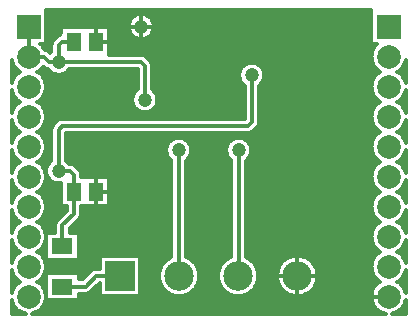
<source format=gbr>
G04 DipTrace 3.1.0.1*
G04 Íèæíèé.gbr*
%MOIN*%
G04 #@! TF.FileFunction,Copper,L2,Bot*
G04 #@! TF.Part,Single*
G04 #@! TA.AperFunction,CopperBalancing*
%ADD14C,0.011811*%
%ADD17R,0.051181X0.059055*%
%ADD19R,0.070866X0.055118*%
G04 #@! TA.AperFunction,ComponentPad*
%ADD20R,0.098425X0.098425*%
%ADD21C,0.098425*%
%ADD22R,0.07874X0.07874*%
%ADD23C,0.07874*%
G04 #@! TA.AperFunction,ViaPad*
%ADD28C,0.047244*%
%FSLAX26Y26*%
G04*
G70*
G90*
G75*
G01*
G04 Bottom*
%LPD*%
X-1899995Y1200126D2*
D14*
Y1125323D1*
X-1937703Y1087614D1*
Y1017029D1*
X-1950205Y1268883D2*
Y1406398D1*
X-1937703Y1418899D1*
X-1318888D1*
X-1306387Y1431400D1*
Y1587667D1*
X-1899995Y1200126D2*
Y1256177D1*
X-1912701Y1268883D1*
X-1950205D1*
X-1550163Y1337640D2*
Y920432D1*
X-1548577Y918846D1*
X-1351727D2*
X-1350142D1*
Y1337640D1*
X-2050215Y1750136D2*
Y1650136D1*
X-1900097Y1700178D2*
X-1937703D1*
X-1950205Y1687677D1*
Y1631421D1*
X-2050215Y1650136D2*
X-2000173D1*
X-1981458Y1631421D1*
X-1950205D1*
X-1675176D1*
X-1662675Y1618920D1*
Y1506408D1*
X-1937703Y883171D2*
X-1860867D1*
X-1825192Y918846D1*
X-1745428D1*
D28*
X-1950205Y1631421D3*
X-1662675Y1506408D3*
X-1950205Y1268883D3*
X-1350142Y1337640D3*
X-1550163D3*
X-1306387Y1587667D3*
X-1675176Y1750184D3*
X-1991482Y1795105D2*
D14*
X-908822D1*
X-1991482Y1783425D2*
X-1701728D1*
X-1648639D2*
X-908822D1*
X-1991482Y1771745D2*
X-1712178D1*
X-1638165D2*
X-908822D1*
X-1991482Y1760066D2*
X-1716976D1*
X-1633367D2*
X-908822D1*
X-1991482Y1748386D2*
X-1718130D1*
X-1632214D2*
X-908822D1*
X-1991482Y1736706D2*
X-1945054D1*
X-1780336D2*
X-1715938D1*
X-1634406D2*
X-908822D1*
X-1991482Y1725026D2*
X-1945054D1*
X-1780336D2*
X-1709756D1*
X-1640610D2*
X-908822D1*
X-1991482Y1713346D2*
X-1959794D1*
X-1780336D2*
X-1696146D1*
X-1654220D2*
X-908822D1*
X-1991482Y1701667D2*
X-1971005D1*
X-1780336D2*
X-908822D1*
X-2007491Y1689987D2*
X-1975366D1*
X-1780336D2*
X-892811D1*
X-1998840Y1678307D2*
X-1975480D1*
X-1780336D2*
X-901462D1*
X-1981400Y1666627D2*
X-1975499D1*
X-1780336D2*
X-906421D1*
X-1668801Y1654948D2*
X-908636D1*
X-1651776Y1643268D2*
X-908429D1*
X-1641003Y1631588D2*
X-905753D1*
X-2105635Y1619908D2*
X-2100373D1*
X-1637428D2*
X-1334180D1*
X-1278575D2*
X-900262D1*
X-799929D2*
X-794685D1*
X-2105635Y1608228D2*
X-2090846D1*
X-2009589D2*
X-1989160D1*
X-1637404D2*
X-1343983D1*
X-1268794D2*
X-890735D1*
X-809457D2*
X-794678D1*
X-2105635Y1596549D2*
X-2085448D1*
X-2014988D2*
X-1974442D1*
X-1925967D2*
X-1687957D1*
X-1637404D2*
X-1348436D1*
X-1264343D2*
X-885314D1*
X-814854D2*
X-794678D1*
X-2105635Y1584869D2*
X-2097306D1*
X-2003131D2*
X-1687957D1*
X-1637404D2*
X-1349289D1*
X-1263488D2*
X-897172D1*
X-803020D2*
X-794678D1*
X-1996302Y1573189D2*
X-1687957D1*
X-1637404D2*
X-1346798D1*
X-1265980D2*
X-904022D1*
X-1992612Y1561509D2*
X-1687957D1*
X-1637404D2*
X-1340177D1*
X-1272577D2*
X-907690D1*
X-1991482Y1549829D2*
X-1687957D1*
X-1637404D2*
X-1331665D1*
X-1281113D2*
X-908822D1*
X-1992727Y1538150D2*
X-1691071D1*
X-1634290D2*
X-1331665D1*
X-1281113D2*
X-907575D1*
X-1996556Y1526470D2*
X-1700529D1*
X-1624808D2*
X-1331665D1*
X-1281113D2*
X-903745D1*
X-2105635Y1514790D2*
X-2096820D1*
X-2003615D2*
X-1704819D1*
X-1620541D2*
X-1331665D1*
X-1281113D2*
X-896686D1*
X-803482D2*
X-794678D1*
X-2105635Y1503110D2*
X-2084594D1*
X-2015841D2*
X-1705534D1*
X-1619803D2*
X-1331665D1*
X-1281113D2*
X-884461D1*
X-815707D2*
X-794678D1*
X-2105635Y1491430D2*
X-2091492D1*
X-2008944D2*
X-1702882D1*
X-1622455D2*
X-1331665D1*
X-1281113D2*
X-891358D1*
X-808810D2*
X-794678D1*
X-2105635Y1479751D2*
X-2100743D1*
X-1999671D2*
X-1696076D1*
X-1629285D2*
X-1331665D1*
X-1281113D2*
X-900631D1*
X-799560D2*
X-794651D1*
X-1994341Y1468071D2*
X-1680551D1*
X-1644810D2*
X-1331665D1*
X-1281113D2*
X-905961D1*
X-1991827Y1456391D2*
X-1331665D1*
X-1281113D2*
X-908497D1*
X-1991735Y1444711D2*
X-1331665D1*
X-1281113D2*
X-908567D1*
X-1994064Y1433031D2*
X-1958825D1*
X-1281113D2*
X-906238D1*
X-2105635Y1421352D2*
X-2101249D1*
X-1999186D2*
X-1970268D1*
X-1283304D2*
X-901115D1*
X-799052D2*
X-794685D1*
X-2105635Y1409672D2*
X-2092323D1*
X-2008091D2*
X-1975251D1*
X-1292854D2*
X-892211D1*
X-807980D2*
X-794678D1*
X-2105635Y1397992D2*
X-2083371D1*
X-2017041D2*
X-1975480D1*
X-1305727D2*
X-883261D1*
X-816930D2*
X-794678D1*
X-2105635Y1386312D2*
X-2096175D1*
X-2004261D2*
X-1975480D1*
X-1924929D2*
X-896041D1*
X-804127D2*
X-794678D1*
X-1996949Y1374633D2*
X-1975480D1*
X-1924929D2*
X-1570839D1*
X-1529491D2*
X-1370812D1*
X-1329465D2*
X-903354D1*
X-1992911Y1362953D2*
X-1975480D1*
X-1924929D2*
X-1584633D1*
X-1515696D2*
X-1384606D1*
X-1315692D2*
X-907391D1*
X-1991482Y1351273D2*
X-1975480D1*
X-1924929D2*
X-1590861D1*
X-1509467D2*
X-1390858D1*
X-1309441D2*
X-908822D1*
X-1992450Y1339593D2*
X-1975480D1*
X-1924929D2*
X-1593098D1*
X-1507206D2*
X-1393096D1*
X-1307203D2*
X-907852D1*
X-1995933Y1327913D2*
X-1975480D1*
X-1924929D2*
X-1592014D1*
X-1508314D2*
X-1391988D1*
X-1308287D2*
X-904369D1*
X-2105635Y1316234D2*
X-2097906D1*
X-2002508D2*
X-1975480D1*
X-1924929D2*
X-1587262D1*
X-1513066D2*
X-1387236D1*
X-1313039D2*
X-897794D1*
X-802398D2*
X-794678D1*
X-2105635Y1304554D2*
X-2086533D1*
X-2013881D2*
X-1975480D1*
X-1924929D2*
X-1576906D1*
X-1523423D2*
X-1376879D1*
X-1323398D2*
X-886421D1*
X-813770D2*
X-794678D1*
X-2105635Y1292874D2*
X-2089946D1*
X-2010490D2*
X-1985631D1*
X-1909289D2*
X-1575429D1*
X-1524877D2*
X-1375425D1*
X-1324874D2*
X-889836D1*
X-810356D2*
X-794678D1*
X-2105635Y1281194D2*
X-2099866D1*
X-2000570D2*
X-1991352D1*
X-1889749D2*
X-1575429D1*
X-1524877D2*
X-1375425D1*
X-1324874D2*
X-899732D1*
X-800436D2*
X-794665D1*
X-1878745Y1269514D2*
X-1575429D1*
X-1524877D2*
X-1375425D1*
X-1324874D2*
X-905476D1*
X-1874778Y1257835D2*
X-1575429D1*
X-1524877D2*
X-1375425D1*
X-1324874D2*
X-908314D1*
X-1991619Y1246155D2*
X-1986462D1*
X-1780220D2*
X-1575429D1*
X-1524877D2*
X-1375425D1*
X-1324874D2*
X-908682D1*
X-1993650Y1234475D2*
X-1975135D1*
X-1780220D2*
X-1575429D1*
X-1524877D2*
X-1375425D1*
X-1324874D2*
X-906652D1*
X-2105635Y1222795D2*
X-2102058D1*
X-1998379D2*
X-1944962D1*
X-1780220D2*
X-1575429D1*
X-1524877D2*
X-1375425D1*
X-1324874D2*
X-901924D1*
X-798268D2*
X-794673D1*
X-2105635Y1211115D2*
X-2093706D1*
X-2006730D2*
X-1944962D1*
X-1780220D2*
X-1575429D1*
X-1524877D2*
X-1375425D1*
X-1324874D2*
X-893572D1*
X-806596D2*
X-794678D1*
X-2105635Y1199436D2*
X-2081112D1*
X-2019324D2*
X-1944962D1*
X-1780220D2*
X-1575429D1*
X-1524877D2*
X-1375425D1*
X-1324874D2*
X-880978D1*
X-819190D2*
X-794678D1*
X-2105635Y1187756D2*
X-2094953D1*
X-2005461D2*
X-1944962D1*
X-1780220D2*
X-1575429D1*
X-1524877D2*
X-1375425D1*
X-1324874D2*
X-894841D1*
X-805350D2*
X-794678D1*
X-1997640Y1176076D2*
X-1944962D1*
X-1780220D2*
X-1575429D1*
X-1524877D2*
X-1375425D1*
X-1324874D2*
X-902661D1*
X-1993281Y1164396D2*
X-1944962D1*
X-1780220D2*
X-1575429D1*
X-1524877D2*
X-1375425D1*
X-1324874D2*
X-907045D1*
X-1991528Y1152717D2*
X-1944962D1*
X-1780220D2*
X-1575429D1*
X-1524877D2*
X-1375425D1*
X-1324874D2*
X-908774D1*
X-1992197Y1141037D2*
X-1925261D1*
X-1874709D2*
X-1575429D1*
X-1524877D2*
X-1375425D1*
X-1324874D2*
X-908106D1*
X-1995357Y1129357D2*
X-1931213D1*
X-1874709D2*
X-1575429D1*
X-1524877D2*
X-1375425D1*
X-1324874D2*
X-904945D1*
X-2105635Y1117677D2*
X-2098920D1*
X-2001493D2*
X-1942886D1*
X-1875954D2*
X-1575429D1*
X-1524877D2*
X-1375425D1*
X-1324874D2*
X-898810D1*
X-801382D2*
X-794678D1*
X-2105635Y1105997D2*
X-2088332D1*
X-2012081D2*
X-1954581D1*
X-1884075D2*
X-1575429D1*
X-1524877D2*
X-1375425D1*
X-1324874D2*
X-888220D1*
X-811971D2*
X-794678D1*
X-2105635Y1094318D2*
X-2088285D1*
X-2012151D2*
X-1962031D1*
X-1895747D2*
X-1575429D1*
X-1524877D2*
X-1375425D1*
X-1324874D2*
X-888152D1*
X-812017D2*
X-794678D1*
X-2105635Y1082638D2*
X-2098896D1*
X-2001539D2*
X-1962978D1*
X-1907420D2*
X-1575429D1*
X-1524877D2*
X-1375425D1*
X-1324874D2*
X-898786D1*
X-801406D2*
X-794678D1*
X-1995379Y1070958D2*
X-1962978D1*
X-1912425D2*
X-1575429D1*
X-1524877D2*
X-1375425D1*
X-1324874D2*
X-904923D1*
X-1882898Y1059278D2*
X-1575429D1*
X-1524877D2*
X-1375425D1*
X-1324874D2*
X-908106D1*
X-1882898Y1047598D2*
X-1575429D1*
X-1524877D2*
X-1375425D1*
X-1324874D2*
X-908774D1*
X-1882898Y1035919D2*
X-1575429D1*
X-1524877D2*
X-1375425D1*
X-1324874D2*
X-907045D1*
X-1997640Y1024239D2*
X-1992514D1*
X-1882898D2*
X-1575429D1*
X-1524877D2*
X-1375425D1*
X-1324874D2*
X-902685D1*
X-2105635Y1012559D2*
X-2094999D1*
X-2005437D2*
X-1992505D1*
X-1882898D2*
X-1575429D1*
X-1524877D2*
X-1375425D1*
X-1324874D2*
X-894865D1*
X-805303D2*
X-794678D1*
X-2105635Y1000879D2*
X-2081180D1*
X-2019256D2*
X-1992505D1*
X-1882898D2*
X-1575429D1*
X-1524877D2*
X-1375425D1*
X-1324874D2*
X-881046D1*
X-819122D2*
X-794678D1*
X-2105635Y989199D2*
X-2093660D1*
X-2006752D2*
X-1992505D1*
X-1882898D2*
X-1575429D1*
X-1524877D2*
X-1375425D1*
X-1324874D2*
X-893550D1*
X-806642D2*
X-794678D1*
X-2105635Y977520D2*
X-2102034D1*
X-1998402D2*
X-1992500D1*
X-1882898D2*
X-1814003D1*
X-1676852D2*
X-1582927D1*
X-1514219D2*
X-1386083D1*
X-1317377D2*
X-1189240D1*
X-1120534D2*
X-901900D1*
X-798291D2*
X-794681D1*
X-1993650Y965840D2*
X-1814003D1*
X-1676852D2*
X-1598081D1*
X-1499087D2*
X-1401217D1*
X-1302220D2*
X-1204373D1*
X-1105378D2*
X-906652D1*
X-1991619Y954160D2*
X-1814003D1*
X-1676852D2*
X-1607171D1*
X-1489997D2*
X-1410328D1*
X-1293131D2*
X-1213462D1*
X-1096289D2*
X-908682D1*
X-1991988Y942480D2*
X-1831072D1*
X-1676852D2*
X-1612891D1*
X-1484276D2*
X-1416026D1*
X-1287433D2*
X-1219184D1*
X-1090568D2*
X-908314D1*
X-1994825Y930801D2*
X-1848490D1*
X-1676852D2*
X-1616098D1*
X-1481070D2*
X-1419232D1*
X-1284203D2*
X-1222390D1*
X-1087361D2*
X-905476D1*
X-2105635Y919121D2*
X-2099888D1*
X-2000547D2*
X-1992505D1*
X-1882898D2*
X-1860161D1*
X-1676852D2*
X-1617159D1*
X-1479986D2*
X-1420316D1*
X-1283143D2*
X-1223451D1*
X-1086301D2*
X-899755D1*
X-800413D2*
X-794659D1*
X-2105635Y907441D2*
X-2089992D1*
X-2010420D2*
X-1992505D1*
X-1882898D2*
X-1871858D1*
X-1676852D2*
X-1616190D1*
X-1480978D2*
X-1419348D1*
X-1284112D2*
X-1222482D1*
X-1087269D2*
X-889882D1*
X-810310D2*
X-794678D1*
X-2105635Y895761D2*
X-2086486D1*
X-2013950D2*
X-1992505D1*
X-1676852D2*
X-1613076D1*
X-1484068D2*
X-1416234D1*
X-1287226D2*
X-1219391D1*
X-1090360D2*
X-886352D1*
X-813816D2*
X-794678D1*
X-2105635Y884081D2*
X-2097882D1*
X-2002554D2*
X-1992505D1*
X-1824697D2*
X-1814003D1*
X-1676852D2*
X-1607493D1*
X-1489651D2*
X-1410651D1*
X-1292808D2*
X-1213808D1*
X-1095942D2*
X-897748D1*
X-802420D2*
X-794678D1*
X-1836369Y872402D2*
X-1814003D1*
X-1676852D2*
X-1598613D1*
X-1498555D2*
X-1401747D1*
X-1301690D2*
X-1204904D1*
X-1104846D2*
X-904345D1*
X-1850925Y860722D2*
X-1814003D1*
X-1676852D2*
X-1583895D1*
X-1513273D2*
X-1387029D1*
X-1316430D2*
X-1190186D1*
X-1119564D2*
X-907852D1*
X-1882898Y849042D2*
X-908822D1*
X-1992911Y837362D2*
X-907391D1*
X-1996925Y825682D2*
X-903377D1*
X-2105635Y814003D2*
X-2096198D1*
X-2004238D2*
X-896064D1*
X-804104D2*
X-794678D1*
X-2105635Y802323D2*
X-2083441D1*
X-2016995D2*
X-883307D1*
X-816861D2*
X-794678D1*
X-1937971Y1747895D2*
X-1781514D1*
Y1655516D1*
X-1673285Y1655441D1*
X-1669551Y1654850D1*
X-1665955Y1653681D1*
X-1662587Y1651966D1*
X-1659528Y1649743D1*
X-1645636Y1635958D1*
X-1643181Y1633083D1*
X-1641206Y1629858D1*
X-1639760Y1626366D1*
X-1638877Y1622689D1*
X-1638580Y1618920D1*
Y1540556D1*
X-1635521Y1538202D1*
X-1630881Y1533562D1*
X-1627025Y1528255D1*
X-1624046Y1522408D1*
X-1622018Y1516169D1*
X-1620992Y1509689D1*
Y1503127D1*
X-1622018Y1496647D1*
X-1624046Y1490408D1*
X-1627025Y1484562D1*
X-1630881Y1479255D1*
X-1635521Y1474614D1*
X-1640828Y1470759D1*
X-1646675Y1467780D1*
X-1652913Y1465752D1*
X-1659394Y1464726D1*
X-1665955D1*
X-1672436Y1465752D1*
X-1678675Y1467780D1*
X-1684521Y1470759D1*
X-1689828Y1474614D1*
X-1694469Y1479255D1*
X-1698324Y1484562D1*
X-1701303Y1490408D1*
X-1703331Y1496647D1*
X-1704357Y1503127D1*
Y1509689D1*
X-1703331Y1516169D1*
X-1701303Y1522408D1*
X-1698324Y1528255D1*
X-1694469Y1533562D1*
X-1689828Y1538202D1*
X-1686770Y1540555D1*
X-1686769Y1607332D1*
X-1916033Y1607327D1*
X-1918411Y1604268D1*
X-1923051Y1599627D1*
X-1928358Y1595772D1*
X-1934205Y1592793D1*
X-1940444Y1590765D1*
X-1946924Y1589739D1*
X-1953486D1*
X-1959966Y1590765D1*
X-1966205Y1592793D1*
X-1972051Y1595772D1*
X-1977358Y1599627D1*
X-1981999Y1604268D1*
X-1984479Y1607517D1*
X-1988904Y1608507D1*
X-1992396Y1609953D1*
X-1995621Y1611928D1*
X-1998500Y1614390D1*
X-2003650Y1616304D1*
X-2006448Y1612755D1*
X-2009514Y1609436D1*
X-2012833Y1606369D1*
X-2016383Y1603571D1*
X-2021759Y1600154D1*
X-2016383Y1596702D1*
X-2012833Y1593904D1*
X-2009514Y1590837D1*
X-2006448Y1587518D1*
X-2003650Y1583969D1*
X-2001138Y1580211D1*
X-1998929Y1576268D1*
X-1997038Y1572163D1*
X-1995474Y1567923D1*
X-1994247Y1563573D1*
X-1993365Y1559140D1*
X-1992833Y1554652D1*
X-1992656Y1550136D1*
X-1992833Y1545621D1*
X-1993365Y1541133D1*
X-1994247Y1536699D1*
X-1995474Y1532350D1*
X-1997038Y1528110D1*
X-1998929Y1524005D1*
X-2001138Y1520062D1*
X-2003650Y1516304D1*
X-2006448Y1512755D1*
X-2009514Y1509436D1*
X-2012833Y1506369D1*
X-2016383Y1503571D1*
X-2021759Y1500154D1*
X-2016383Y1496702D1*
X-2012833Y1493904D1*
X-2009514Y1490837D1*
X-2006448Y1487518D1*
X-2003650Y1483969D1*
X-2001138Y1480211D1*
X-1998929Y1476268D1*
X-1997038Y1472163D1*
X-1995474Y1467923D1*
X-1994247Y1463573D1*
X-1993365Y1459140D1*
X-1992833Y1454652D1*
X-1992656Y1450136D1*
X-1992833Y1445621D1*
X-1993365Y1441133D1*
X-1994247Y1436699D1*
X-1995474Y1432350D1*
X-1997038Y1428110D1*
X-1998929Y1424005D1*
X-2001138Y1420062D1*
X-2003650Y1416304D1*
X-2006448Y1412755D1*
X-2009514Y1409436D1*
X-2012833Y1406369D1*
X-2016383Y1403571D1*
X-2021759Y1400154D1*
X-2016383Y1396702D1*
X-2012833Y1393904D1*
X-2009514Y1390837D1*
X-2006448Y1387518D1*
X-2003650Y1383969D1*
X-2001138Y1380211D1*
X-1998929Y1376268D1*
X-1997038Y1372163D1*
X-1995474Y1367923D1*
X-1994247Y1363573D1*
X-1993365Y1359140D1*
X-1992833Y1354652D1*
X-1992656Y1350136D1*
X-1992833Y1345621D1*
X-1993365Y1341133D1*
X-1994247Y1336699D1*
X-1995474Y1332350D1*
X-1997038Y1328110D1*
X-1998929Y1324005D1*
X-2001138Y1320062D1*
X-2003650Y1316304D1*
X-2006448Y1312755D1*
X-2009514Y1309436D1*
X-2012833Y1306369D1*
X-2016383Y1303571D1*
X-2021759Y1300154D1*
X-2016383Y1296702D1*
X-2012833Y1293904D1*
X-2009514Y1290837D1*
X-2006448Y1287518D1*
X-2003650Y1283969D1*
X-2001138Y1280211D1*
X-1998929Y1276268D1*
X-1997038Y1272163D1*
X-1995474Y1267923D1*
X-1994247Y1263573D1*
X-1993365Y1259140D1*
X-1992833Y1254652D1*
X-1992656Y1250136D1*
X-1992833Y1245621D1*
X-1993365Y1241133D1*
X-1994247Y1236699D1*
X-1995474Y1232350D1*
X-1997038Y1228110D1*
X-1998929Y1224005D1*
X-2001138Y1220062D1*
X-2003650Y1216304D1*
X-2006448Y1212755D1*
X-2009514Y1209436D1*
X-2012833Y1206369D1*
X-2016383Y1203571D1*
X-2021759Y1200154D1*
X-2016383Y1196702D1*
X-2012833Y1193904D1*
X-2009514Y1190837D1*
X-2006448Y1187518D1*
X-2003650Y1183969D1*
X-2001138Y1180211D1*
X-1998929Y1176268D1*
X-1997038Y1172163D1*
X-1995474Y1167923D1*
X-1994247Y1163573D1*
X-1993365Y1159140D1*
X-1992833Y1154652D1*
X-1992656Y1150136D1*
X-1992833Y1145621D1*
X-1993365Y1141133D1*
X-1994247Y1136699D1*
X-1995474Y1132350D1*
X-1997038Y1128110D1*
X-1998929Y1124005D1*
X-2001138Y1120062D1*
X-2003650Y1116304D1*
X-2006448Y1112755D1*
X-2009514Y1109436D1*
X-2012833Y1106369D1*
X-2016383Y1103571D1*
X-2021759Y1100154D1*
X-2016383Y1096702D1*
X-2012833Y1093904D1*
X-2009514Y1090837D1*
X-2006448Y1087518D1*
X-2003650Y1083969D1*
X-2001138Y1080211D1*
X-1998929Y1076268D1*
X-1997038Y1072163D1*
X-1995474Y1067923D1*
X-1994247Y1063573D1*
X-1993365Y1059140D1*
X-1992833Y1054652D1*
X-1992656Y1050136D1*
X-1992833Y1045621D1*
X-1993365Y1041133D1*
X-1994247Y1036699D1*
X-1995474Y1032350D1*
X-1997038Y1028110D1*
X-1998929Y1024005D1*
X-2001138Y1020062D1*
X-2003650Y1016304D1*
X-2006448Y1012755D1*
X-2009514Y1009436D1*
X-2012833Y1006369D1*
X-2016383Y1003571D1*
X-2021759Y1000154D1*
X-2016383Y996702D1*
X-2012833Y993904D1*
X-2009514Y990837D1*
X-2006448Y987518D1*
X-2003650Y983969D1*
X-2001138Y980211D1*
X-1998929Y976268D1*
X-1997038Y972163D1*
X-1995474Y967923D1*
X-1994247Y963573D1*
X-1993365Y959140D1*
X-1992833Y954652D1*
X-1992656Y950136D1*
X-1992833Y945621D1*
X-1993365Y941133D1*
X-1994247Y936699D1*
X-1995474Y932350D1*
X-1997038Y928110D1*
X-1998929Y924005D1*
X-2001138Y920062D1*
X-2003650Y916304D1*
X-2006448Y912755D1*
X-2009514Y909436D1*
X-2012833Y906369D1*
X-2016383Y903571D1*
X-2021759Y900154D1*
X-2016383Y896702D1*
X-2012833Y893904D1*
X-2009514Y890837D1*
X-2006448Y887518D1*
X-2003650Y883969D1*
X-2001138Y880211D1*
X-1998929Y876268D1*
X-1997038Y872163D1*
X-1995474Y867923D1*
X-1994247Y863573D1*
X-1993365Y859140D1*
X-1992833Y854652D1*
X-1992656Y850136D1*
X-1992833Y845621D1*
X-1993365Y841133D1*
X-1994247Y836699D1*
X-1995474Y832350D1*
X-1997038Y828110D1*
X-1998929Y824005D1*
X-2001138Y820062D1*
X-2003650Y816304D1*
X-2006448Y812755D1*
X-2009514Y809436D1*
X-2012833Y806369D1*
X-2016383Y803571D1*
X-2020140Y801059D1*
X-2024084Y798850D1*
X-2028189Y796959D1*
X-2032429Y795395D1*
X-2036778Y794168D1*
X-2040189Y793490D1*
X-860269Y793488D1*
X-865774Y794756D1*
X-871364Y796654D1*
X-876730Y799113D1*
X-881815Y802110D1*
X-886567Y805612D1*
X-890936Y809583D1*
X-894874Y813979D1*
X-898341Y818756D1*
X-901302Y823864D1*
X-903723Y829247D1*
X-905581Y834849D1*
X-906856Y840613D1*
X-907531Y846478D1*
X-907605Y852379D1*
X-907072Y858259D1*
X-905941Y864052D1*
X-904222Y869699D1*
X-901933Y875140D1*
X-899100Y880319D1*
X-895751Y885180D1*
X-891923Y889672D1*
X-887652Y893749D1*
X-882988Y897366D1*
X-878600Y900135D1*
X-883921Y903571D1*
X-887471Y906369D1*
X-890790Y909436D1*
X-893857Y912755D1*
X-896655Y916304D1*
X-899167Y920062D1*
X-901375Y924005D1*
X-903266Y928110D1*
X-904831Y932350D1*
X-906058Y936699D1*
X-906940Y941133D1*
X-907471Y945621D1*
X-907648Y950136D1*
X-907471Y954652D1*
X-906940Y959140D1*
X-906058Y963573D1*
X-904831Y967923D1*
X-903266Y972163D1*
X-901375Y976268D1*
X-899167Y980211D1*
X-896655Y983969D1*
X-893857Y987518D1*
X-890790Y990837D1*
X-887471Y993904D1*
X-883921Y996702D1*
X-878546Y1000119D1*
X-883921Y1003571D1*
X-887471Y1006369D1*
X-890790Y1009436D1*
X-893857Y1012755D1*
X-896655Y1016304D1*
X-899167Y1020062D1*
X-901375Y1024005D1*
X-903266Y1028110D1*
X-904831Y1032350D1*
X-906058Y1036699D1*
X-906940Y1041133D1*
X-907471Y1045621D1*
X-907648Y1050136D1*
X-907471Y1054652D1*
X-906940Y1059140D1*
X-906058Y1063573D1*
X-904831Y1067923D1*
X-903266Y1072163D1*
X-901375Y1076268D1*
X-899167Y1080211D1*
X-896655Y1083969D1*
X-893857Y1087518D1*
X-890790Y1090837D1*
X-887471Y1093904D1*
X-883921Y1096702D1*
X-878546Y1100119D1*
X-883921Y1103571D1*
X-887471Y1106369D1*
X-890790Y1109436D1*
X-893857Y1112755D1*
X-896655Y1116304D1*
X-899167Y1120062D1*
X-901375Y1124005D1*
X-903266Y1128110D1*
X-904831Y1132350D1*
X-906058Y1136699D1*
X-906940Y1141133D1*
X-907471Y1145621D1*
X-907648Y1150136D1*
X-907471Y1154652D1*
X-906940Y1159140D1*
X-906058Y1163573D1*
X-904831Y1167923D1*
X-903266Y1172163D1*
X-901375Y1176268D1*
X-899167Y1180211D1*
X-896655Y1183969D1*
X-893857Y1187518D1*
X-890790Y1190837D1*
X-887471Y1193904D1*
X-883921Y1196702D1*
X-878546Y1200119D1*
X-883921Y1203571D1*
X-887471Y1206369D1*
X-890790Y1209436D1*
X-893857Y1212755D1*
X-896655Y1216304D1*
X-899167Y1220062D1*
X-901375Y1224005D1*
X-903266Y1228110D1*
X-904831Y1232350D1*
X-906058Y1236699D1*
X-906940Y1241133D1*
X-907471Y1245621D1*
X-907648Y1250136D1*
X-907471Y1254652D1*
X-906940Y1259140D1*
X-906058Y1263573D1*
X-904831Y1267923D1*
X-903266Y1272163D1*
X-901375Y1276268D1*
X-899167Y1280211D1*
X-896655Y1283969D1*
X-893857Y1287518D1*
X-890790Y1290837D1*
X-887471Y1293904D1*
X-883921Y1296702D1*
X-878546Y1300119D1*
X-883921Y1303571D1*
X-887471Y1306369D1*
X-890790Y1309436D1*
X-893857Y1312755D1*
X-896655Y1316304D1*
X-899167Y1320062D1*
X-901375Y1324005D1*
X-903266Y1328110D1*
X-904831Y1332350D1*
X-906058Y1336699D1*
X-906940Y1341133D1*
X-907471Y1345621D1*
X-907648Y1350136D1*
X-907471Y1354652D1*
X-906940Y1359140D1*
X-906058Y1363573D1*
X-904831Y1367923D1*
X-903266Y1372163D1*
X-901375Y1376268D1*
X-899167Y1380211D1*
X-896655Y1383969D1*
X-893857Y1387518D1*
X-890790Y1390837D1*
X-887471Y1393904D1*
X-883921Y1396702D1*
X-878546Y1400119D1*
X-883921Y1403571D1*
X-887471Y1406369D1*
X-890790Y1409436D1*
X-893857Y1412755D1*
X-896655Y1416304D1*
X-899167Y1420062D1*
X-901375Y1424005D1*
X-903266Y1428110D1*
X-904831Y1432350D1*
X-906058Y1436699D1*
X-906940Y1441133D1*
X-907471Y1445621D1*
X-907648Y1450136D1*
X-907471Y1454652D1*
X-906940Y1459140D1*
X-906058Y1463573D1*
X-904831Y1467923D1*
X-903266Y1472163D1*
X-901375Y1476268D1*
X-899167Y1480211D1*
X-896655Y1483969D1*
X-893857Y1487518D1*
X-890790Y1490837D1*
X-887471Y1493904D1*
X-883921Y1496702D1*
X-878546Y1500119D1*
X-883921Y1503571D1*
X-887471Y1506369D1*
X-890790Y1509436D1*
X-893857Y1512755D1*
X-896655Y1516304D1*
X-899167Y1520062D1*
X-901375Y1524005D1*
X-903266Y1528110D1*
X-904831Y1532350D1*
X-906058Y1536699D1*
X-906940Y1541133D1*
X-907471Y1545621D1*
X-907648Y1550136D1*
X-907471Y1554652D1*
X-906940Y1559140D1*
X-906058Y1563573D1*
X-904831Y1567923D1*
X-903266Y1572163D1*
X-901375Y1576268D1*
X-899167Y1580211D1*
X-896655Y1583969D1*
X-893857Y1587518D1*
X-890790Y1590837D1*
X-887471Y1593904D1*
X-883921Y1596702D1*
X-878546Y1600119D1*
X-883921Y1603571D1*
X-887471Y1606369D1*
X-890790Y1609436D1*
X-893857Y1612755D1*
X-896655Y1616304D1*
X-899167Y1620062D1*
X-901375Y1624005D1*
X-903266Y1628110D1*
X-904831Y1632350D1*
X-906058Y1636699D1*
X-906940Y1641133D1*
X-907471Y1645621D1*
X-907648Y1650136D1*
X-907471Y1654652D1*
X-906940Y1659140D1*
X-906058Y1663573D1*
X-904831Y1667923D1*
X-903266Y1672163D1*
X-901375Y1676268D1*
X-899167Y1680211D1*
X-896655Y1683969D1*
X-893857Y1687518D1*
X-888909Y1692575D1*
X-907648Y1692577D1*
Y1806773D1*
X-1992654Y1806785D1*
X-1992656Y1692577D1*
X-2011319D1*
X-2006448Y1687518D1*
X-2003650Y1683969D1*
X-2001138Y1680211D1*
X-1997946Y1674135D1*
X-1994549Y1673566D1*
X-1990953Y1672396D1*
X-1987584Y1670681D1*
X-1984525Y1668458D1*
X-1978324Y1662362D1*
X-1974301Y1665568D1*
X-1974224Y1689568D1*
X-1973634Y1693302D1*
X-1972465Y1696898D1*
X-1970749Y1700266D1*
X-1968526Y1703325D1*
X-1954741Y1717217D1*
X-1951866Y1719672D1*
X-1948642Y1721647D1*
X-1945142Y1723096D1*
X-1943877Y1729234D1*
Y1747895D1*
X-1937971D1*
X-1875885Y1247843D2*
X-1781412D1*
Y1152409D1*
X-1875892D1*
X-1875975Y1123432D1*
X-1876566Y1119698D1*
X-1877735Y1116102D1*
X-1879450Y1112734D1*
X-1881673Y1109675D1*
X-1903836Y1087407D1*
X-1913608Y1077635D1*
X-1913609Y1062769D1*
X-1884081Y1062777D1*
Y971281D1*
X-1991325D1*
Y1062777D1*
X-1961822D1*
X-1961723Y1089505D1*
X-1961133Y1093239D1*
X-1959963Y1096835D1*
X-1958248Y1100203D1*
X-1956025Y1103262D1*
X-1933862Y1125530D1*
X-1924091Y1135302D1*
X-1924089Y1152428D1*
X-1943774Y1152409D1*
Y1227589D1*
X-1950205Y1227072D1*
X-1956745Y1227587D1*
X-1963125Y1229118D1*
X-1969186Y1231630D1*
X-1974781Y1235058D1*
X-1979769Y1239319D1*
X-1984030Y1244307D1*
X-1987458Y1249902D1*
X-1989970Y1255963D1*
X-1991501Y1262343D1*
X-1992016Y1268883D1*
X-1991501Y1275424D1*
X-1989970Y1281803D1*
X-1987458Y1287865D1*
X-1984030Y1293459D1*
X-1979769Y1298448D1*
X-1974781Y1302709D1*
X-1974301Y1303030D1*
X-1974224Y1408289D1*
X-1973634Y1412022D1*
X-1972466Y1415618D1*
X-1970749Y1418987D1*
X-1968526Y1422046D1*
X-1954741Y1435937D1*
X-1951866Y1438392D1*
X-1948642Y1440367D1*
X-1945150Y1441814D1*
X-1941472Y1442697D1*
X-1937703Y1442993D1*
X-1330474D1*
X-1330482Y1553501D1*
X-1333541Y1555873D1*
X-1338181Y1560513D1*
X-1342037Y1565820D1*
X-1345016Y1571667D1*
X-1347043Y1577906D1*
X-1348070Y1584386D1*
Y1590948D1*
X-1347043Y1597428D1*
X-1345016Y1603667D1*
X-1342037Y1609513D1*
X-1338181Y1614820D1*
X-1333541Y1619461D1*
X-1328234Y1623316D1*
X-1322387Y1626295D1*
X-1316148Y1628323D1*
X-1309668Y1629349D1*
X-1303106D1*
X-1296626Y1628323D1*
X-1290387Y1626295D1*
X-1284541Y1623316D1*
X-1279234Y1619461D1*
X-1274593Y1614820D1*
X-1270738Y1609513D1*
X-1267759Y1603667D1*
X-1265731Y1597428D1*
X-1264705Y1590948D1*
Y1584386D1*
X-1265731Y1577906D1*
X-1267759Y1571667D1*
X-1270738Y1565820D1*
X-1274593Y1560513D1*
X-1279234Y1555873D1*
X-1282291Y1553520D1*
X-1282366Y1429509D1*
X-1282958Y1425776D1*
X-1284126Y1422180D1*
X-1285843Y1418811D1*
X-1288066Y1415752D1*
X-1301850Y1401861D1*
X-1304726Y1399406D1*
X-1307950Y1397430D1*
X-1311442Y1395984D1*
X-1315119Y1395101D1*
X-1318896Y1394804D1*
X-1926118D1*
X-1926110Y1303075D1*
X-1923051Y1300677D1*
X-1918411Y1296037D1*
X-1916058Y1292979D1*
X-1910810Y1292904D1*
X-1907076Y1292312D1*
X-1903480Y1291144D1*
X-1900112Y1289428D1*
X-1897052Y1287205D1*
X-1882957Y1273215D1*
X-1880501Y1270340D1*
X-1878526Y1267115D1*
X-1877079Y1263623D1*
X-1876197Y1259946D1*
X-1875900Y1256169D1*
Y1247849D1*
X-1985420Y928919D2*
X-1884081D1*
Y907257D1*
X-1870828Y907265D1*
X-1840840Y937168D1*
X-1837781Y939391D1*
X-1834412Y941108D1*
X-1830816Y942276D1*
X-1827083Y942866D1*
X-1812850Y942941D1*
X-1812829Y986248D1*
X-1678026D1*
Y851445D1*
X-1812829D1*
Y894744D1*
X-1816505Y893457D1*
X-1845219Y864849D1*
X-1848278Y862626D1*
X-1851647Y860909D1*
X-1855243Y859741D1*
X-1858976Y859151D1*
X-1884097Y859076D1*
X-1884081Y837423D1*
X-1991325D1*
Y928919D1*
X-1985420D1*
X-1481383Y913558D2*
X-1482005Y908303D1*
X-1483038Y903112D1*
X-1484475Y898018D1*
X-1486307Y893052D1*
X-1488522Y888247D1*
X-1491108Y883629D1*
X-1494049Y879228D1*
X-1497325Y875072D1*
X-1500917Y871186D1*
X-1504803Y867594D1*
X-1508959Y864318D1*
X-1513360Y861377D1*
X-1517978Y858791D1*
X-1522783Y856576D1*
X-1527749Y854744D1*
X-1532843Y853307D1*
X-1538034Y852274D1*
X-1543289Y851652D1*
X-1548577Y851445D1*
X-1553866Y851652D1*
X-1559121Y852274D1*
X-1564312Y853307D1*
X-1569406Y854744D1*
X-1574371Y856576D1*
X-1579177Y858791D1*
X-1583795Y861377D1*
X-1588196Y864318D1*
X-1592352Y867594D1*
X-1596238Y871186D1*
X-1599829Y875072D1*
X-1603106Y879228D1*
X-1606047Y883629D1*
X-1608633Y888247D1*
X-1610848Y893052D1*
X-1612680Y898018D1*
X-1614117Y903112D1*
X-1615150Y908303D1*
X-1615772Y913558D1*
X-1615979Y918846D1*
X-1615772Y924135D1*
X-1615150Y929390D1*
X-1614117Y934581D1*
X-1612680Y939675D1*
X-1610848Y944640D1*
X-1608633Y949446D1*
X-1606047Y954064D1*
X-1603106Y958465D1*
X-1599829Y962621D1*
X-1596238Y966507D1*
X-1592352Y970098D1*
X-1588196Y973375D1*
X-1583795Y976316D1*
X-1579177Y978902D1*
X-1574274Y981154D1*
X-1574257Y1303483D1*
X-1577316Y1305846D1*
X-1581957Y1310487D1*
X-1585812Y1315794D1*
X-1588791Y1321640D1*
X-1590819Y1327879D1*
X-1591845Y1334360D1*
Y1340921D1*
X-1590819Y1347402D1*
X-1588791Y1353640D1*
X-1585812Y1359487D1*
X-1581957Y1364794D1*
X-1577316Y1369434D1*
X-1572009Y1373290D1*
X-1566163Y1376269D1*
X-1559924Y1378297D1*
X-1553444Y1379323D1*
X-1546882D1*
X-1540402Y1378297D1*
X-1534163Y1376269D1*
X-1528316Y1373290D1*
X-1523009Y1369434D1*
X-1518369Y1364794D1*
X-1514513Y1359487D1*
X-1511534Y1353640D1*
X-1509507Y1347402D1*
X-1508480Y1340921D1*
Y1334360D1*
X-1509507Y1327879D1*
X-1511534Y1321640D1*
X-1514513Y1315794D1*
X-1518369Y1310487D1*
X-1523009Y1305846D1*
X-1526067Y1303493D1*
X-1526068Y982364D1*
X-1517978Y978902D1*
X-1513360Y976316D1*
X-1508959Y973375D1*
X-1504803Y970098D1*
X-1500917Y966507D1*
X-1497325Y962621D1*
X-1494049Y958465D1*
X-1491108Y954064D1*
X-1488522Y949446D1*
X-1486307Y944640D1*
X-1484475Y939675D1*
X-1483038Y934581D1*
X-1482005Y929390D1*
X-1481383Y924135D1*
X-1481176Y918846D1*
X-1481383Y913558D1*
X-1284533D2*
X-1285155Y908303D1*
X-1286188Y903112D1*
X-1287625Y898018D1*
X-1289457Y893052D1*
X-1291672Y888247D1*
X-1294257Y883629D1*
X-1297198Y879228D1*
X-1300475Y875072D1*
X-1304067Y871186D1*
X-1307953Y867594D1*
X-1312109Y864318D1*
X-1316509Y861377D1*
X-1321127Y858791D1*
X-1325933Y856576D1*
X-1330899Y854744D1*
X-1335992Y853307D1*
X-1341184Y852274D1*
X-1346438Y851652D1*
X-1351727Y851445D1*
X-1357016Y851652D1*
X-1362270Y852274D1*
X-1367462Y853307D1*
X-1372555Y854744D1*
X-1377521Y856576D1*
X-1382327Y858791D1*
X-1386945Y861377D1*
X-1391345Y864318D1*
X-1395501Y867594D1*
X-1399387Y871186D1*
X-1402979Y875072D1*
X-1406256Y879228D1*
X-1409197Y883629D1*
X-1411782Y888247D1*
X-1413997Y893052D1*
X-1415829Y898018D1*
X-1417266Y903112D1*
X-1418299Y908303D1*
X-1418921Y913558D1*
X-1419129Y918846D1*
X-1418921Y924135D1*
X-1418299Y929390D1*
X-1417266Y934581D1*
X-1415829Y939675D1*
X-1413997Y944640D1*
X-1411782Y949446D1*
X-1409197Y954064D1*
X-1406256Y958465D1*
X-1402979Y962621D1*
X-1399387Y966507D1*
X-1395501Y970098D1*
X-1391345Y973375D1*
X-1386945Y976316D1*
X-1382327Y978902D1*
X-1377521Y981117D1*
X-1374243Y982327D1*
X-1374236Y1303466D1*
X-1377295Y1305846D1*
X-1381936Y1310487D1*
X-1385791Y1315794D1*
X-1388770Y1321640D1*
X-1390798Y1327879D1*
X-1391824Y1334360D1*
Y1340921D1*
X-1390798Y1347402D1*
X-1388770Y1353640D1*
X-1385791Y1359487D1*
X-1381936Y1364794D1*
X-1377295Y1369434D1*
X-1371988Y1373290D1*
X-1366142Y1376269D1*
X-1359903Y1378297D1*
X-1353423Y1379323D1*
X-1346861D1*
X-1340381Y1378297D1*
X-1334142Y1376269D1*
X-1328295Y1373290D1*
X-1322988Y1369434D1*
X-1318348Y1364794D1*
X-1314492Y1359487D1*
X-1311513Y1353640D1*
X-1309486Y1347402D1*
X-1308459Y1340921D1*
Y1334360D1*
X-1309486Y1327879D1*
X-1311513Y1321640D1*
X-1314492Y1315794D1*
X-1318348Y1310487D1*
X-1322988Y1305846D1*
X-1326046Y1303493D1*
X-1325933Y981117D1*
X-1321127Y978902D1*
X-1316509Y976316D1*
X-1312109Y973375D1*
X-1307953Y970098D1*
X-1304067Y966507D1*
X-1300475Y962621D1*
X-1297198Y958465D1*
X-1294257Y954064D1*
X-1291672Y949446D1*
X-1289457Y944640D1*
X-1287625Y939675D1*
X-1286188Y934581D1*
X-1285155Y929390D1*
X-1284533Y924135D1*
X-1284325Y918846D1*
X-1284533Y913558D1*
X-1087486Y917665D2*
X-1087848Y911773D1*
X-1088723Y905934D1*
X-1090108Y900196D1*
X-1091987Y894600D1*
X-1094350Y889189D1*
X-1097177Y884007D1*
X-1100448Y879092D1*
X-1104135Y874482D1*
X-1108213Y870211D1*
X-1112647Y866315D1*
X-1117406Y862820D1*
X-1122451Y859757D1*
X-1127747Y857146D1*
X-1133251Y855009D1*
X-1138919Y853361D1*
X-1144711Y852217D1*
X-1150580Y851581D1*
X-1156483Y851465D1*
X-1162373Y851864D1*
X-1168206Y852776D1*
X-1173936Y854196D1*
X-1179520Y856112D1*
X-1184915Y858508D1*
X-1190080Y861369D1*
X-1194974Y864669D1*
X-1199562Y868386D1*
X-1203806Y872490D1*
X-1207675Y876949D1*
X-1211138Y881730D1*
X-1214169Y886795D1*
X-1216747Y892106D1*
X-1218849Y897623D1*
X-1220462Y903302D1*
X-1221570Y909101D1*
X-1222167Y914974D1*
X-1222248Y920878D1*
X-1221811Y926765D1*
X-1220862Y932592D1*
X-1219406Y938312D1*
X-1217455Y943885D1*
X-1215024Y949265D1*
X-1212131Y954411D1*
X-1208799Y959285D1*
X-1205054Y963848D1*
X-1200924Y968067D1*
X-1196441Y971907D1*
X-1191638Y975340D1*
X-1186554Y978341D1*
X-1181226Y980885D1*
X-1175697Y982951D1*
X-1170007Y984528D1*
X-1164201Y985600D1*
X-1158324Y986160D1*
X-1152421Y986203D1*
X-1146537Y985730D1*
X-1140715Y984744D1*
X-1135004Y983252D1*
X-1129444Y981265D1*
X-1124080Y978801D1*
X-1118951Y975875D1*
X-1114098Y972513D1*
X-1109559Y968739D1*
X-1105367Y964583D1*
X-1101555Y960075D1*
X-1098152Y955251D1*
X-1095184Y950147D1*
X-1092675Y944804D1*
X-1090642Y939261D1*
X-1089101Y933562D1*
X-1088066Y927751D1*
X-1087543Y921870D1*
X-1087486Y917665D1*
X-2078672Y1600154D2*
X-2084047Y1603571D1*
X-2087597Y1606369D1*
X-2090916Y1609436D1*
X-2093983Y1612755D1*
X-2096781Y1616304D1*
X-2099293Y1620062D1*
X-2101501Y1624005D1*
X-2103392Y1628110D1*
X-2104957Y1632350D1*
X-2106184Y1636699D1*
X-2106814Y1639869D1*
X-2106816Y1560576D1*
X-2104957Y1567923D1*
X-2103392Y1572163D1*
X-2101501Y1576268D1*
X-2099293Y1580211D1*
X-2096781Y1583969D1*
X-2093983Y1587518D1*
X-2090916Y1590837D1*
X-2087597Y1593904D1*
X-2084047Y1596702D1*
X-2078672Y1600119D1*
Y1500154D2*
X-2084047Y1503571D1*
X-2087597Y1506369D1*
X-2090916Y1509436D1*
X-2093983Y1512755D1*
X-2096781Y1516304D1*
X-2099293Y1520062D1*
X-2101501Y1524005D1*
X-2103392Y1528110D1*
X-2104957Y1532350D1*
X-2106184Y1536699D1*
X-2106814Y1539869D1*
X-2106816Y1460597D1*
X-2104957Y1467923D1*
X-2103392Y1472163D1*
X-2101501Y1476268D1*
X-2099293Y1480211D1*
X-2096781Y1483969D1*
X-2093983Y1487518D1*
X-2090916Y1490837D1*
X-2087597Y1493904D1*
X-2084047Y1496702D1*
X-2078672Y1500119D1*
Y1400154D2*
X-2084047Y1403571D1*
X-2087597Y1406369D1*
X-2090916Y1409436D1*
X-2093983Y1412755D1*
X-2096781Y1416304D1*
X-2099293Y1420062D1*
X-2101501Y1424005D1*
X-2103392Y1428110D1*
X-2104957Y1432350D1*
X-2106184Y1436699D1*
X-2106814Y1439869D1*
X-2106816Y1360572D1*
X-2104957Y1367923D1*
X-2103392Y1372163D1*
X-2101501Y1376268D1*
X-2099293Y1380211D1*
X-2096781Y1383969D1*
X-2093983Y1387518D1*
X-2090916Y1390837D1*
X-2087597Y1393904D1*
X-2084047Y1396702D1*
X-2078672Y1400119D1*
Y1300154D2*
X-2084047Y1303571D1*
X-2087597Y1306369D1*
X-2090916Y1309436D1*
X-2093983Y1312755D1*
X-2096781Y1316304D1*
X-2099293Y1320062D1*
X-2101501Y1324005D1*
X-2103392Y1328110D1*
X-2104957Y1332350D1*
X-2106184Y1336699D1*
X-2106814Y1339869D1*
X-2106816Y1260594D1*
X-2104957Y1267923D1*
X-2103392Y1272163D1*
X-2101501Y1276268D1*
X-2099293Y1280211D1*
X-2096781Y1283969D1*
X-2093983Y1287518D1*
X-2090916Y1290837D1*
X-2087597Y1293904D1*
X-2084047Y1296702D1*
X-2078672Y1300119D1*
Y1200154D2*
X-2084047Y1203571D1*
X-2087597Y1206369D1*
X-2090916Y1209436D1*
X-2093983Y1212755D1*
X-2096781Y1216304D1*
X-2099293Y1220062D1*
X-2101501Y1224005D1*
X-2103392Y1228110D1*
X-2104957Y1232350D1*
X-2106184Y1236699D1*
X-2106814Y1239869D1*
X-2106816Y1160615D1*
X-2104957Y1167923D1*
X-2103392Y1172163D1*
X-2101501Y1176268D1*
X-2099293Y1180211D1*
X-2096781Y1183969D1*
X-2093983Y1187518D1*
X-2090916Y1190837D1*
X-2087597Y1193904D1*
X-2084047Y1196702D1*
X-2078672Y1200119D1*
Y1100154D2*
X-2084047Y1103571D1*
X-2087597Y1106369D1*
X-2090916Y1109436D1*
X-2093983Y1112755D1*
X-2096781Y1116304D1*
X-2099293Y1120062D1*
X-2101501Y1124005D1*
X-2103392Y1128110D1*
X-2104957Y1132350D1*
X-2106184Y1136699D1*
X-2106816Y1139462D1*
Y1060591D1*
X-2104957Y1067923D1*
X-2103392Y1072163D1*
X-2101501Y1076268D1*
X-2099293Y1080211D1*
X-2096781Y1083969D1*
X-2093983Y1087518D1*
X-2090916Y1090837D1*
X-2087597Y1093904D1*
X-2084047Y1096702D1*
X-2078672Y1100119D1*
Y1000154D2*
X-2084047Y1003571D1*
X-2087597Y1006369D1*
X-2090916Y1009436D1*
X-2093983Y1012755D1*
X-2096781Y1016304D1*
X-2099293Y1020062D1*
X-2101501Y1024005D1*
X-2103392Y1028110D1*
X-2104957Y1032350D1*
X-2106184Y1036699D1*
X-2106814Y1039869D1*
X-2106816Y960613D1*
X-2104957Y967923D1*
X-2103392Y972163D1*
X-2101501Y976268D1*
X-2099293Y980211D1*
X-2096781Y983969D1*
X-2093983Y987518D1*
X-2090916Y990837D1*
X-2087597Y993904D1*
X-2084047Y996702D1*
X-2078672Y1000119D1*
Y900154D2*
X-2084047Y903571D1*
X-2087597Y906369D1*
X-2090916Y909436D1*
X-2093983Y912755D1*
X-2096781Y916304D1*
X-2099293Y920062D1*
X-2101501Y924005D1*
X-2103392Y928110D1*
X-2104957Y932350D1*
X-2106184Y936699D1*
X-2106814Y939869D1*
X-2106816Y860588D1*
X-2104957Y867923D1*
X-2103392Y872163D1*
X-2101501Y876268D1*
X-2099293Y880211D1*
X-2096781Y883969D1*
X-2093983Y887518D1*
X-2090916Y890837D1*
X-2087597Y893904D1*
X-2084047Y896702D1*
X-2078672Y900119D1*
X-2060241Y793490D2*
X-2063652Y794168D1*
X-2068001Y795395D1*
X-2072241Y796959D1*
X-2076346Y798850D1*
X-2080290Y801059D1*
X-2084047Y803571D1*
X-2087597Y806369D1*
X-2090916Y809436D1*
X-2093983Y812755D1*
X-2096781Y816304D1*
X-2099293Y820062D1*
X-2101501Y824005D1*
X-2103392Y828110D1*
X-2104957Y832350D1*
X-2106184Y836699D1*
X-2106814Y839869D1*
X-2106816Y793488D1*
X-2060425D1*
X-793491Y1639869D2*
X-794121Y1636699D1*
X-795348Y1632350D1*
X-796912Y1628110D1*
X-798803Y1624005D1*
X-801012Y1620062D1*
X-803524Y1616304D1*
X-806322Y1612755D1*
X-809388Y1609436D1*
X-812707Y1606369D1*
X-816257Y1603571D1*
X-821633Y1600154D1*
X-816257Y1596702D1*
X-812707Y1593904D1*
X-809388Y1590837D1*
X-806322Y1587518D1*
X-803524Y1583969D1*
X-801012Y1580211D1*
X-798803Y1576268D1*
X-796912Y1572163D1*
X-795348Y1567923D1*
X-794121Y1563573D1*
X-793491Y1560404D1*
X-793488Y1639660D1*
X-793491Y1539869D2*
X-794121Y1536699D1*
X-795348Y1532350D1*
X-796912Y1528110D1*
X-798803Y1524005D1*
X-801012Y1520062D1*
X-803524Y1516304D1*
X-806322Y1512755D1*
X-809388Y1509436D1*
X-812707Y1506369D1*
X-816257Y1503571D1*
X-821633Y1500154D1*
X-816257Y1496702D1*
X-812707Y1493904D1*
X-809388Y1490837D1*
X-806322Y1487518D1*
X-803524Y1483969D1*
X-801012Y1480211D1*
X-798803Y1476268D1*
X-796912Y1472163D1*
X-795348Y1467923D1*
X-794121Y1463573D1*
X-793488Y1460811D1*
Y1539682D1*
X-793491Y1439869D2*
X-794121Y1436699D1*
X-795348Y1432350D1*
X-796912Y1428110D1*
X-798803Y1424005D1*
X-801012Y1420062D1*
X-803524Y1416304D1*
X-806322Y1412755D1*
X-809388Y1409436D1*
X-812707Y1406369D1*
X-816257Y1403571D1*
X-821633Y1400154D1*
X-816257Y1396702D1*
X-812707Y1393904D1*
X-809388Y1390837D1*
X-806322Y1387518D1*
X-803524Y1383969D1*
X-801012Y1380211D1*
X-798803Y1376268D1*
X-796912Y1372163D1*
X-795348Y1367923D1*
X-794121Y1363573D1*
X-793491Y1360404D1*
X-793488Y1439657D1*
X-793491Y1339869D2*
X-794121Y1336699D1*
X-795348Y1332350D1*
X-796912Y1328110D1*
X-798803Y1324005D1*
X-801012Y1320062D1*
X-803524Y1316304D1*
X-806322Y1312755D1*
X-809388Y1309436D1*
X-812707Y1306369D1*
X-816257Y1303571D1*
X-821633Y1300154D1*
X-816257Y1296702D1*
X-812707Y1293904D1*
X-809388Y1290837D1*
X-806322Y1287518D1*
X-803524Y1283969D1*
X-801012Y1280211D1*
X-798803Y1276268D1*
X-796912Y1272163D1*
X-795348Y1267923D1*
X-794121Y1263573D1*
X-793491Y1260404D1*
X-793488Y1339678D1*
X-793491Y1239869D2*
X-794121Y1236699D1*
X-795348Y1232350D1*
X-796912Y1228110D1*
X-798803Y1224005D1*
X-801012Y1220062D1*
X-803524Y1216304D1*
X-806322Y1212755D1*
X-809388Y1209436D1*
X-812707Y1206369D1*
X-816257Y1203571D1*
X-821633Y1200154D1*
X-816257Y1196702D1*
X-812707Y1193904D1*
X-809388Y1190837D1*
X-806322Y1187518D1*
X-803524Y1183969D1*
X-801012Y1180211D1*
X-798803Y1176268D1*
X-796912Y1172163D1*
X-795348Y1167923D1*
X-794121Y1163573D1*
X-793491Y1160404D1*
X-793488Y1239701D1*
X-793491Y1139869D2*
X-794121Y1136699D1*
X-795348Y1132350D1*
X-796912Y1128110D1*
X-798803Y1124005D1*
X-801012Y1120062D1*
X-803524Y1116304D1*
X-806322Y1112755D1*
X-809388Y1109436D1*
X-812707Y1106369D1*
X-816257Y1103571D1*
X-821633Y1100154D1*
X-816257Y1096702D1*
X-812707Y1093904D1*
X-809388Y1090837D1*
X-806322Y1087518D1*
X-803524Y1083969D1*
X-801012Y1080211D1*
X-798803Y1076268D1*
X-796912Y1072163D1*
X-795348Y1067923D1*
X-794121Y1063573D1*
X-793491Y1060404D1*
X-793488Y1139676D1*
X-793491Y1039869D2*
X-794121Y1036699D1*
X-795348Y1032350D1*
X-796912Y1028110D1*
X-798803Y1024005D1*
X-801012Y1020062D1*
X-803524Y1016304D1*
X-806322Y1012755D1*
X-809388Y1009436D1*
X-812707Y1006369D1*
X-816257Y1003571D1*
X-821633Y1000154D1*
X-816257Y996702D1*
X-812707Y993904D1*
X-809388Y990837D1*
X-806322Y987518D1*
X-803524Y983969D1*
X-801012Y980211D1*
X-798803Y976268D1*
X-796912Y972163D1*
X-795348Y967923D1*
X-794121Y963573D1*
X-793491Y960404D1*
X-793488Y1039697D1*
X-793491Y939869D2*
X-794121Y936699D1*
X-795348Y932350D1*
X-796912Y928110D1*
X-798803Y924005D1*
X-801012Y920062D1*
X-803524Y916304D1*
X-806322Y912755D1*
X-809388Y909436D1*
X-812707Y906369D1*
X-816257Y903571D1*
X-821633Y900154D1*
X-817482Y897568D1*
X-812795Y893980D1*
X-808501Y889929D1*
X-804644Y885461D1*
X-801265Y880621D1*
X-798400Y875461D1*
X-796079Y870033D1*
X-794324Y864396D1*
X-793488Y860580D1*
Y939673D1*
X-793490Y839681D2*
X-794888Y833828D1*
X-796849Y828260D1*
X-799370Y822923D1*
X-802424Y817870D1*
X-805979Y813159D1*
X-809999Y808835D1*
X-814440Y804946D1*
X-819256Y801533D1*
X-824395Y798630D1*
X-829806Y796270D1*
X-835429Y794475D1*
X-839892Y793490D1*
X-793509Y793488D1*
X-793488Y839694D1*
X-1633382Y1749003D2*
X-1633781Y1744298D1*
X-1634709Y1739668D1*
X-1636152Y1735172D1*
X-1638094Y1730867D1*
X-1640508Y1726810D1*
X-1643365Y1723050D1*
X-1646627Y1719636D1*
X-1650253Y1716612D1*
X-1654198Y1714016D1*
X-1658409Y1711882D1*
X-1662836Y1710235D1*
X-1667419Y1709098D1*
X-1672101Y1708486D1*
X-1676822Y1708406D1*
X-1681522Y1708857D1*
X-1686142Y1709836D1*
X-1690621Y1711329D1*
X-1694903Y1713319D1*
X-1698934Y1715778D1*
X-1702661Y1718677D1*
X-1706039Y1721976D1*
X-1709022Y1725636D1*
X-1711575Y1729609D1*
X-1713663Y1733845D1*
X-1715259Y1738289D1*
X-1716345Y1742885D1*
X-1716906Y1747572D1*
X-1716933Y1752294D1*
X-1716429Y1756990D1*
X-1715399Y1761597D1*
X-1713856Y1766060D1*
X-1711819Y1770320D1*
X-1709315Y1774323D1*
X-1706375Y1778018D1*
X-1703038Y1781358D1*
X-1699345Y1784302D1*
X-1695344Y1786808D1*
X-1691085Y1788849D1*
X-1686625Y1790396D1*
X-1682017Y1791432D1*
X-1677323Y1791940D1*
X-1672601Y1791916D1*
X-1667912Y1791360D1*
X-1663316Y1790277D1*
X-1658870Y1788684D1*
X-1654634Y1786600D1*
X-1650659Y1784052D1*
X-1646996Y1781071D1*
X-1643693Y1777697D1*
X-1640791Y1773972D1*
X-1638328Y1769944D1*
X-1636336Y1765663D1*
X-1634837Y1761184D1*
X-1633854Y1756566D1*
X-1633399Y1751866D1*
X-1633382Y1749003D1*
X-1825294Y1747871D2*
Y1700178D1*
X-1781538D1*
X-1825192Y1247819D2*
Y1152433D1*
Y1200126D2*
X-1781436D1*
X-1154877Y986224D2*
Y851469D1*
X-1222255Y918846D2*
X-1087499D1*
X-907625Y850136D2*
X-850089D1*
X-1675176Y1791971D2*
Y1708396D1*
X-1716963Y1750184D2*
X-1633388D1*
D17*
X-1900097Y1700178D3*
X-1825294D3*
X-1899995Y1200126D3*
X-1825192D3*
D19*
X-1937703Y1017029D3*
Y883171D3*
D20*
X-1745428Y918846D3*
D21*
X-1548577D3*
X-1351727D3*
X-1154877D3*
D22*
X-2050215Y1750136D3*
D23*
Y1650136D3*
Y1550136D3*
Y1450136D3*
Y1350136D3*
Y1250136D3*
Y1150136D3*
Y1050136D3*
Y950136D3*
Y850136D3*
D22*
X-850089Y1750136D3*
D23*
Y1650136D3*
Y1550136D3*
Y1450136D3*
Y1350136D3*
Y1250136D3*
Y1150136D3*
Y1050136D3*
Y950136D3*
Y850136D3*
M02*

</source>
